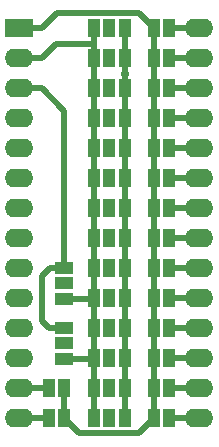
<source format=gbl>
%TF.GenerationSoftware,KiCad,Pcbnew,(6.0.1)*%
%TF.CreationDate,2022-01-21T00:47:32+01:00*%
%TF.ProjectId,bosch-kf163-diode-pll,626f7363-682d-46b6-9631-36332d64696f,2*%
%TF.SameCoordinates,Original*%
%TF.FileFunction,Copper,L2,Bot*%
%TF.FilePolarity,Positive*%
%FSLAX46Y46*%
G04 Gerber Fmt 4.6, Leading zero omitted, Abs format (unit mm)*
G04 Created by KiCad (PCBNEW (6.0.1)) date 2022-01-21 00:47:32*
%MOMM*%
%LPD*%
G01*
G04 APERTURE LIST*
%TA.AperFunction,ComponentPad*%
%ADD10R,2.400000X1.600000*%
%TD*%
%TA.AperFunction,ComponentPad*%
%ADD11O,2.400000X1.600000*%
%TD*%
%TA.AperFunction,SMDPad,CuDef*%
%ADD12R,1.000000X1.500000*%
%TD*%
%TA.AperFunction,SMDPad,CuDef*%
%ADD13R,1.500000X1.000000*%
%TD*%
%TA.AperFunction,ViaPad*%
%ADD14C,0.750000*%
%TD*%
%TA.AperFunction,Conductor*%
%ADD15C,0.500000*%
%TD*%
G04 APERTURE END LIST*
D10*
%TO.P,U1,1,GND*%
%TO.N,GND*%
X118130000Y-66040000D03*
D11*
%TO.P,U1,2,AR*%
%TO.N,Net-(JP1-Pad3)*%
X118130000Y-68580000D03*
%TO.P,U1,3,AT*%
%TO.N,Net-(JP1-Pad1)*%
X118130000Y-71120000D03*
%TO.P,U1,4,BR*%
%TO.N,unconnected-(U1-Pad4)*%
X118130000Y-73660000D03*
%TO.P,U1,5,BT*%
%TO.N,unconnected-(U1-Pad5)*%
X118130000Y-76200000D03*
%TO.P,U1,6,CR*%
%TO.N,unconnected-(U1-Pad6)*%
X118130000Y-78740000D03*
%TO.P,U1,7,CT*%
%TO.N,unconnected-(U1-Pad7)*%
X118130000Y-81280000D03*
%TO.P,U1,8,DR*%
%TO.N,unconnected-(U1-Pad8)*%
X118130000Y-83820000D03*
%TO.P,U1,9,DT*%
%TO.N,unconnected-(U1-Pad9)*%
X118130000Y-86360000D03*
%TO.P,U1,10,ER*%
%TO.N,unconnected-(U1-Pad10)*%
X118130000Y-88900000D03*
%TO.P,U1,11,ET*%
%TO.N,unconnected-(U1-Pad11)*%
X118130000Y-91440000D03*
%TO.P,U1,12,T*%
%TO.N,unconnected-(U1-Pad12)*%
X118130000Y-93980000D03*
%TO.P,U1,13,1*%
%TO.N,Net-(D16-Pad2)*%
X118130000Y-96520000D03*
%TO.P,U1,14,2*%
%TO.N,Net-(D15-Pad2)*%
X118130000Y-99060000D03*
%TO.P,U1,15,4*%
%TO.N,Net-(D14-Pad2)*%
X133370000Y-99060000D03*
%TO.P,U1,16,8*%
%TO.N,Net-(D13-Pad2)*%
X133370000Y-96520000D03*
%TO.P,U1,17,16*%
%TO.N,Net-(D12-Pad2)*%
X133370000Y-93980000D03*
%TO.P,U1,18,32*%
%TO.N,Net-(D11-Pad2)*%
X133370000Y-91440000D03*
%TO.P,U1,19,64*%
%TO.N,Net-(D10-Pad2)*%
X133370000Y-88900000D03*
%TO.P,U1,20,H*%
%TO.N,Net-(D9-Pad2)*%
X133370000Y-86360000D03*
%TO.P,U1,21,G*%
%TO.N,Net-(D8-Pad2)*%
X133370000Y-83820000D03*
%TO.P,U1,22,F*%
%TO.N,Net-(D7-Pad2)*%
X133370000Y-81280000D03*
%TO.P,U1,23,E*%
%TO.N,Net-(D6-Pad2)*%
X133370000Y-78740000D03*
%TO.P,U1,24,D*%
%TO.N,Net-(D5-Pad2)*%
X133370000Y-76200000D03*
%TO.P,U1,25,C*%
%TO.N,Net-(D4-Pad2)*%
X133370000Y-73660000D03*
%TO.P,U1,26,B*%
%TO.N,Net-(D3-Pad2)*%
X133370000Y-71120000D03*
%TO.P,U1,27,A*%
%TO.N,Net-(D2-Pad2)*%
X133370000Y-68580000D03*
%TO.P,U1,28,STEPSIZE*%
%TO.N,Net-(D1-Pad2)*%
X133370000Y-66040000D03*
%TD*%
D12*
%TO.P,JP30,1,A*%
%TO.N,GND*%
X129525000Y-99060000D03*
%TO.P,JP30,2,B*%
%TO.N,Net-(D14-Pad2)*%
X130825000Y-99060000D03*
%TD*%
%TO.P,JP5,1,A*%
%TO.N,Net-(JP1-Pad1)*%
X127030000Y-76200000D03*
%TO.P,JP5,2,C*%
%TO.N,Net-(D5-Pad1)*%
X125730000Y-76200000D03*
%TO.P,JP5,3,B*%
%TO.N,Net-(JP1-Pad3)*%
X124430000Y-76200000D03*
%TD*%
D13*
%TO.P,JP16,1,A*%
%TO.N,Net-(JP1-Pad1)*%
X121920000Y-86330000D03*
%TO.P,JP16,2,C*%
%TO.N,Net-(D16-Pad1)*%
X121920000Y-87630000D03*
%TO.P,JP16,3,B*%
%TO.N,Net-(JP1-Pad3)*%
X121920000Y-88930000D03*
%TD*%
D12*
%TO.P,JP3,1,A*%
%TO.N,Net-(JP1-Pad1)*%
X127030000Y-71120000D03*
%TO.P,JP3,2,C*%
%TO.N,Net-(D3-Pad1)*%
X125730000Y-71120000D03*
%TO.P,JP3,3,B*%
%TO.N,Net-(JP1-Pad3)*%
X124430000Y-71120000D03*
%TD*%
%TO.P,JP29,1,A*%
%TO.N,GND*%
X129525000Y-96520000D03*
%TO.P,JP29,2,B*%
%TO.N,Net-(D13-Pad2)*%
X130825000Y-96520000D03*
%TD*%
%TO.P,JP14,1,A*%
%TO.N,Net-(JP1-Pad1)*%
X127030000Y-99060000D03*
%TO.P,JP14,2,C*%
%TO.N,Net-(D14-Pad1)*%
X125730000Y-99060000D03*
%TO.P,JP14,3,B*%
%TO.N,Net-(JP1-Pad3)*%
X124430000Y-99060000D03*
%TD*%
%TO.P,JP32,1,A*%
%TO.N,GND*%
X121935000Y-96520000D03*
%TO.P,JP32,2,B*%
%TO.N,Net-(D16-Pad2)*%
X120635000Y-96520000D03*
%TD*%
%TO.P,JP23,1,A*%
%TO.N,GND*%
X129525000Y-81280000D03*
%TO.P,JP23,2,B*%
%TO.N,Net-(D7-Pad2)*%
X130825000Y-81280000D03*
%TD*%
%TO.P,JP19,1,A*%
%TO.N,GND*%
X129525000Y-71120000D03*
%TO.P,JP19,2,B*%
%TO.N,Net-(D3-Pad2)*%
X130825000Y-71120000D03*
%TD*%
%TO.P,JP28,1,A*%
%TO.N,GND*%
X129525000Y-93980000D03*
%TO.P,JP28,2,B*%
%TO.N,Net-(D12-Pad2)*%
X130825000Y-93980000D03*
%TD*%
%TO.P,JP22,1,A*%
%TO.N,GND*%
X129525000Y-78740000D03*
%TO.P,JP22,2,B*%
%TO.N,Net-(D6-Pad2)*%
X130825000Y-78740000D03*
%TD*%
%TO.P,JP26,1,A*%
%TO.N,GND*%
X129525000Y-88900000D03*
%TO.P,JP26,2,B*%
%TO.N,Net-(D10-Pad2)*%
X130825000Y-88900000D03*
%TD*%
%TO.P,JP31,1,A*%
%TO.N,GND*%
X121935000Y-99060000D03*
%TO.P,JP31,2,B*%
%TO.N,Net-(D15-Pad2)*%
X120635000Y-99060000D03*
%TD*%
%TO.P,JP27,1,A*%
%TO.N,GND*%
X129525000Y-91440000D03*
%TO.P,JP27,2,B*%
%TO.N,Net-(D11-Pad2)*%
X130825000Y-91440000D03*
%TD*%
%TO.P,JP17,1,A*%
%TO.N,GND*%
X129525000Y-66040000D03*
%TO.P,JP17,2,B*%
%TO.N,Net-(D1-Pad2)*%
X130825000Y-66040000D03*
%TD*%
%TO.P,JP12,1,A*%
%TO.N,Net-(JP1-Pad1)*%
X127030000Y-93980000D03*
%TO.P,JP12,2,C*%
%TO.N,Net-(D12-Pad1)*%
X125730000Y-93980000D03*
%TO.P,JP12,3,B*%
%TO.N,Net-(JP1-Pad3)*%
X124430000Y-93980000D03*
%TD*%
%TO.P,JP20,1,A*%
%TO.N,GND*%
X129525000Y-73660000D03*
%TO.P,JP20,2,B*%
%TO.N,Net-(D4-Pad2)*%
X130825000Y-73660000D03*
%TD*%
%TO.P,JP1,1,A*%
%TO.N,Net-(JP1-Pad1)*%
X127030000Y-66040000D03*
%TO.P,JP1,2,C*%
%TO.N,Net-(D1-Pad1)*%
X125730000Y-66040000D03*
%TO.P,JP1,3,B*%
%TO.N,Net-(JP1-Pad3)*%
X124430000Y-66040000D03*
%TD*%
%TO.P,JP9,1,A*%
%TO.N,Net-(JP1-Pad1)*%
X127030000Y-86360000D03*
%TO.P,JP9,2,C*%
%TO.N,Net-(D9-Pad1)*%
X125730000Y-86360000D03*
%TO.P,JP9,3,B*%
%TO.N,Net-(JP1-Pad3)*%
X124430000Y-86360000D03*
%TD*%
%TO.P,JP24,1,A*%
%TO.N,GND*%
X129525000Y-83820000D03*
%TO.P,JP24,2,B*%
%TO.N,Net-(D8-Pad2)*%
X130825000Y-83820000D03*
%TD*%
%TO.P,JP13,1,A*%
%TO.N,Net-(JP1-Pad1)*%
X127030000Y-96520000D03*
%TO.P,JP13,2,C*%
%TO.N,Net-(D13-Pad1)*%
X125730000Y-96520000D03*
%TO.P,JP13,3,B*%
%TO.N,Net-(JP1-Pad3)*%
X124430000Y-96520000D03*
%TD*%
%TO.P,JP21,1,A*%
%TO.N,GND*%
X129525000Y-76200000D03*
%TO.P,JP21,2,B*%
%TO.N,Net-(D5-Pad2)*%
X130825000Y-76200000D03*
%TD*%
%TO.P,JP10,1,A*%
%TO.N,Net-(JP1-Pad1)*%
X127030000Y-88900000D03*
%TO.P,JP10,2,C*%
%TO.N,Net-(D10-Pad1)*%
X125730000Y-88900000D03*
%TO.P,JP10,3,B*%
%TO.N,Net-(JP1-Pad3)*%
X124430000Y-88900000D03*
%TD*%
%TO.P,JP4,1,A*%
%TO.N,Net-(JP1-Pad1)*%
X127030000Y-73660000D03*
%TO.P,JP4,2,C*%
%TO.N,Net-(D4-Pad1)*%
X125730000Y-73660000D03*
%TO.P,JP4,3,B*%
%TO.N,Net-(JP1-Pad3)*%
X124430000Y-73660000D03*
%TD*%
%TO.P,JP25,1,A*%
%TO.N,GND*%
X129525000Y-86360000D03*
%TO.P,JP25,2,B*%
%TO.N,Net-(D9-Pad2)*%
X130825000Y-86360000D03*
%TD*%
D13*
%TO.P,JP15,1,A*%
%TO.N,Net-(JP1-Pad1)*%
X121920000Y-91410000D03*
%TO.P,JP15,2,C*%
%TO.N,Net-(D15-Pad1)*%
X121920000Y-92710000D03*
%TO.P,JP15,3,B*%
%TO.N,Net-(JP1-Pad3)*%
X121920000Y-94010000D03*
%TD*%
D12*
%TO.P,JP7,1,A*%
%TO.N,Net-(JP1-Pad1)*%
X127030000Y-81280000D03*
%TO.P,JP7,2,C*%
%TO.N,Net-(D7-Pad1)*%
X125730000Y-81280000D03*
%TO.P,JP7,3,B*%
%TO.N,Net-(JP1-Pad3)*%
X124430000Y-81280000D03*
%TD*%
%TO.P,JP8,1,A*%
%TO.N,Net-(JP1-Pad1)*%
X127030000Y-83820000D03*
%TO.P,JP8,2,C*%
%TO.N,Net-(D8-Pad1)*%
X125730000Y-83820000D03*
%TO.P,JP8,3,B*%
%TO.N,Net-(JP1-Pad3)*%
X124430000Y-83820000D03*
%TD*%
%TO.P,JP11,1,A*%
%TO.N,Net-(JP1-Pad1)*%
X127030000Y-91440000D03*
%TO.P,JP11,2,C*%
%TO.N,Net-(D11-Pad1)*%
X125730000Y-91440000D03*
%TO.P,JP11,3,B*%
%TO.N,Net-(JP1-Pad3)*%
X124430000Y-91440000D03*
%TD*%
%TO.P,JP2,1,A*%
%TO.N,Net-(JP1-Pad1)*%
X127030000Y-68580000D03*
%TO.P,JP2,2,C*%
%TO.N,Net-(D2-Pad1)*%
X125730000Y-68580000D03*
%TO.P,JP2,3,B*%
%TO.N,Net-(JP1-Pad3)*%
X124430000Y-68580000D03*
%TD*%
%TO.P,JP6,1,A*%
%TO.N,Net-(JP1-Pad1)*%
X127030000Y-78740000D03*
%TO.P,JP6,2,C*%
%TO.N,Net-(D6-Pad1)*%
X125730000Y-78740000D03*
%TO.P,JP6,3,B*%
%TO.N,Net-(JP1-Pad3)*%
X124430000Y-78740000D03*
%TD*%
%TO.P,JP18,1,A*%
%TO.N,GND*%
X129525000Y-68580000D03*
%TO.P,JP18,2,B*%
%TO.N,Net-(D2-Pad2)*%
X130825000Y-68580000D03*
%TD*%
D14*
%TO.N,Net-(D1-Pad1)*%
X125730000Y-66040000D03*
%TO.N,Net-(D2-Pad1)*%
X125730000Y-68580000D03*
%TO.N,Net-(D3-Pad1)*%
X125730000Y-71120000D03*
%TO.N,Net-(D4-Pad1)*%
X125730000Y-73660000D03*
%TO.N,Net-(D5-Pad1)*%
X125730000Y-76200000D03*
%TO.N,Net-(D6-Pad1)*%
X125730000Y-78740000D03*
%TO.N,Net-(D7-Pad1)*%
X125730000Y-81280000D03*
%TO.N,Net-(D8-Pad1)*%
X125730000Y-83820000D03*
%TO.N,Net-(D9-Pad1)*%
X125730000Y-86360000D03*
%TO.N,Net-(D10-Pad1)*%
X125730000Y-88900000D03*
%TO.N,Net-(D11-Pad1)*%
X125730000Y-91440000D03*
%TO.N,Net-(D12-Pad1)*%
X125730000Y-93980000D03*
%TO.N,Net-(D13-Pad1)*%
X125730000Y-96520000D03*
%TO.N,Net-(D14-Pad1)*%
X125730000Y-99060000D03*
%TO.N,Net-(D15-Pad1)*%
X121920000Y-92710000D03*
%TO.N,Net-(D16-Pad1)*%
X121920000Y-87630000D03*
%TO.N,Net-(JP1-Pad1)*%
X127030000Y-69880000D03*
%TD*%
D15*
%TO.N,Net-(D1-Pad2)*%
X130825000Y-66040000D02*
X133370000Y-66040000D01*
%TO.N,Net-(D2-Pad2)*%
X133370000Y-68580000D02*
X130825000Y-68580000D01*
%TO.N,Net-(D3-Pad2)*%
X133370000Y-71120000D02*
X130825000Y-71120000D01*
%TO.N,Net-(D4-Pad2)*%
X133370000Y-73660000D02*
X130825000Y-73660000D01*
%TO.N,Net-(D5-Pad2)*%
X133370000Y-76200000D02*
X130825000Y-76200000D01*
%TO.N,Net-(D6-Pad2)*%
X133370000Y-78740000D02*
X130825000Y-78740000D01*
%TO.N,Net-(D7-Pad2)*%
X133370000Y-81280000D02*
X130825000Y-81280000D01*
%TO.N,Net-(D8-Pad2)*%
X133370000Y-83820000D02*
X130825000Y-83820000D01*
%TO.N,Net-(D9-Pad2)*%
X133370000Y-86360000D02*
X130825000Y-86360000D01*
%TO.N,Net-(D10-Pad2)*%
X133370000Y-88900000D02*
X130825000Y-88900000D01*
%TO.N,Net-(D11-Pad2)*%
X133370000Y-91440000D02*
X130825000Y-91440000D01*
%TO.N,Net-(D12-Pad2)*%
X133370000Y-93980000D02*
X130825000Y-93980000D01*
%TO.N,Net-(D13-Pad2)*%
X133370000Y-96520000D02*
X130825000Y-96520000D01*
%TO.N,Net-(D14-Pad2)*%
X133370000Y-99060000D02*
X130825000Y-99060000D01*
%TO.N,Net-(D15-Pad2)*%
X118130000Y-99060000D02*
X120635000Y-99060000D01*
%TO.N,Net-(D16-Pad2)*%
X118130000Y-96520000D02*
X120635000Y-96520000D01*
%TO.N,Net-(JP1-Pad3)*%
X124430000Y-66040000D02*
X124430000Y-67340000D01*
X124430000Y-91440000D02*
X124430000Y-93980000D01*
X124430000Y-73660000D02*
X124430000Y-71120000D01*
X124430000Y-99060000D02*
X124430000Y-96520000D01*
X120015000Y-68580000D02*
X118130000Y-68580000D01*
X124430000Y-67340000D02*
X124430000Y-68580000D01*
X124400000Y-94010000D02*
X124430000Y-93980000D01*
X124430000Y-93980000D02*
X124430000Y-96520000D01*
X124430000Y-76200000D02*
X124430000Y-78740000D01*
X124430000Y-78740000D02*
X124430000Y-81280000D01*
X121920000Y-94010000D02*
X124400000Y-94010000D01*
X124430000Y-86360000D02*
X124430000Y-88900000D01*
X124430000Y-76200000D02*
X124430000Y-73660000D01*
X124430000Y-86360000D02*
X124430000Y-83820000D01*
X121920000Y-88930000D02*
X124400000Y-88930000D01*
X124430000Y-88900000D02*
X124430000Y-91440000D01*
X124430000Y-67340000D02*
X121255000Y-67340000D01*
X124430000Y-68580000D02*
X124430000Y-71120000D01*
X124400000Y-88930000D02*
X124430000Y-88900000D01*
X124430000Y-83820000D02*
X124430000Y-81280000D01*
X121255000Y-67340000D02*
X120015000Y-68580000D01*
%TO.N,Net-(JP1-Pad1)*%
X120015000Y-90805000D02*
X120650000Y-91440000D01*
X120015000Y-86995000D02*
X120680000Y-86330000D01*
X120015000Y-90805000D02*
X120015000Y-86995000D01*
X127030000Y-91440000D02*
X127030000Y-93980000D01*
X121890000Y-91440000D02*
X121920000Y-91410000D01*
X127030000Y-83820000D02*
X127030000Y-81280000D01*
X127030000Y-88900000D02*
X127030000Y-91440000D01*
X127030000Y-73660000D02*
X127030000Y-76200000D01*
X127030000Y-83820000D02*
X127030000Y-86360000D01*
X120015000Y-71120000D02*
X118130000Y-71120000D01*
X127030000Y-68580000D02*
X127030000Y-66040000D01*
X127030000Y-68580000D02*
X127030000Y-71120000D01*
X127030000Y-81280000D02*
X127030000Y-78740000D01*
X120680000Y-86330000D02*
X121920000Y-86330000D01*
X127030000Y-86360000D02*
X127030000Y-88900000D01*
X120650000Y-91440000D02*
X121890000Y-91440000D01*
X127030000Y-71120000D02*
X127030000Y-73660000D01*
X121920000Y-73025000D02*
X120015000Y-71120000D01*
X127030000Y-76200000D02*
X127030000Y-78740000D01*
X121920000Y-86330000D02*
X121920000Y-73025000D01*
X127030000Y-93980000D02*
X127030000Y-96520000D01*
X127030000Y-99060000D02*
X127030000Y-96520000D01*
%TO.N,GND*%
X129525000Y-93980000D02*
X129525000Y-91440000D01*
X129525000Y-68580000D02*
X129525000Y-71120000D01*
X121935000Y-96520000D02*
X121935000Y-99060000D01*
X128270000Y-100330000D02*
X123205000Y-100330000D01*
X129525000Y-81280000D02*
X129525000Y-83820000D01*
X129525000Y-99060000D02*
X128270000Y-100315000D01*
X129525000Y-76200000D02*
X129525000Y-73660000D01*
X129525000Y-78740000D02*
X129525000Y-76200000D01*
X128270000Y-100315000D02*
X128270000Y-100330000D01*
X129525000Y-93980000D02*
X129525000Y-96520000D01*
X129525000Y-66040000D02*
X129525000Y-68580000D01*
X123205000Y-100330000D02*
X121935000Y-99060000D01*
X129525000Y-66025000D02*
X128270000Y-64770000D01*
X128270000Y-64770000D02*
X121285000Y-64770000D01*
X129525000Y-88900000D02*
X129525000Y-86360000D01*
X129525000Y-66040000D02*
X129525000Y-66025000D01*
X129525000Y-71120000D02*
X129525000Y-73660000D01*
X129525000Y-88900000D02*
X129525000Y-91440000D01*
X129525000Y-99060000D02*
X129525000Y-96520000D01*
X129525000Y-86360000D02*
X129525000Y-83820000D01*
X129525000Y-81280000D02*
X129525000Y-78740000D01*
X121285000Y-64770000D02*
X120015000Y-66040000D01*
X120015000Y-66040000D02*
X118130000Y-66040000D01*
%TD*%
M02*

</source>
